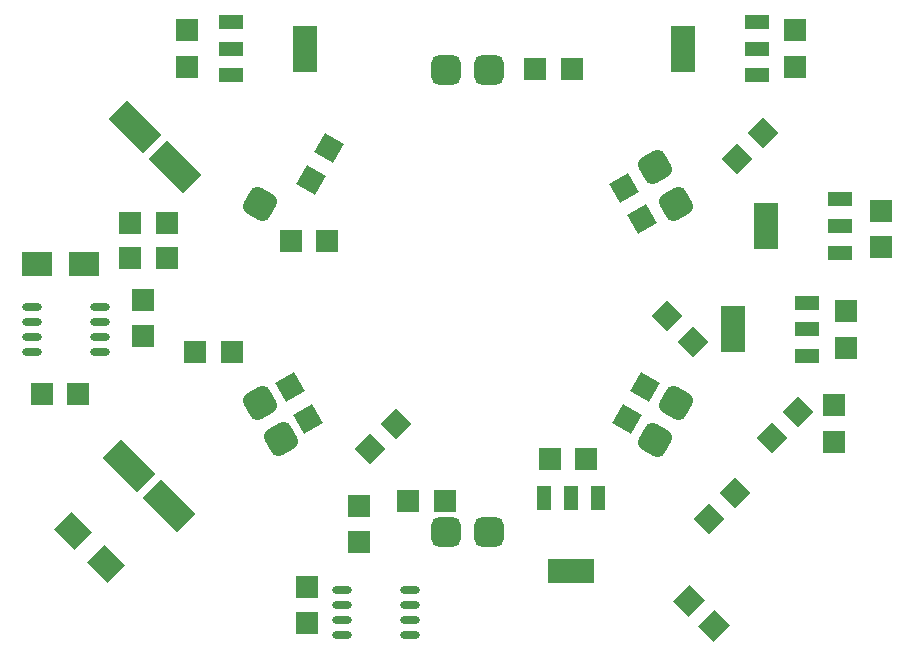
<source format=gtp>
G04 Layer_Color=8421504*
%FSLAX44Y44*%
%MOMM*%
G71*
G01*
G75*
%ADD11P,2.6163X4X90.0*%
%ADD12R,1.8500X1.8500*%
%ADD14R,2.0000X4.0000*%
%ADD15R,2.0000X1.2000*%
%ADD16P,2.6163X4X375.0*%
%ADD17P,2.6163X4X75.0*%
%ADD18P,2.6163X4X180.0*%
%ADD19R,1.8500X1.8500*%
%ADD20O,1.7000X0.6000*%
%ADD21R,4.0000X2.0000*%
%ADD22R,1.2000X2.0000*%
G04:AMPARAMS|DCode=24|XSize=2.5mm|YSize=2.5mm|CornerRadius=0.625mm|HoleSize=0mm|Usage=FLASHONLY|Rotation=0.000|XOffset=0mm|YOffset=0mm|HoleType=Round|Shape=RoundedRectangle|*
%AMROUNDEDRECTD24*
21,1,2.5000,1.2500,0,0,0.0*
21,1,1.2500,2.5000,0,0,0.0*
1,1,1.2500,0.6250,-0.6250*
1,1,1.2500,-0.6250,-0.6250*
1,1,1.2500,-0.6250,0.6250*
1,1,1.2500,0.6250,0.6250*
%
%ADD24ROUNDEDRECTD24*%
G04:AMPARAMS|DCode=25|XSize=2.5mm|YSize=2.5mm|CornerRadius=0.625mm|HoleSize=0mm|Usage=FLASHONLY|Rotation=240.000|XOffset=0mm|YOffset=0mm|HoleType=Round|Shape=RoundedRectangle|*
%AMROUNDEDRECTD25*
21,1,2.5000,1.2500,0,0,240.0*
21,1,1.2500,2.5000,0,0,240.0*
1,1,1.2500,-0.8538,-0.2288*
1,1,1.2500,-0.2288,0.8538*
1,1,1.2500,0.8538,0.2288*
1,1,1.2500,0.2288,-0.8538*
%
%ADD25ROUNDEDRECTD25*%
G04:AMPARAMS|DCode=26|XSize=2.5mm|YSize=2.5mm|CornerRadius=0.625mm|HoleSize=0mm|Usage=FLASHONLY|Rotation=300.000|XOffset=0mm|YOffset=0mm|HoleType=Round|Shape=RoundedRectangle|*
%AMROUNDEDRECTD26*
21,1,2.5000,1.2500,0,0,300.0*
21,1,1.2500,2.5000,0,0,300.0*
1,1,1.2500,-0.2288,-0.8538*
1,1,1.2500,-0.8538,0.2288*
1,1,1.2500,0.2288,0.8538*
1,1,1.2500,0.8538,-0.2288*
%
%ADD26ROUNDEDRECTD26*%
G04:AMPARAMS|DCode=27|XSize=2.2mm|YSize=4.15mm|CornerRadius=0mm|HoleSize=0mm|Usage=FLASHONLY|Rotation=45.000|XOffset=0mm|YOffset=0mm|HoleType=Round|Shape=Rectangle|*
%AMROTATEDRECTD27*
4,1,4,0.6894,-2.2451,-2.2451,0.6894,-0.6894,2.2451,2.2451,-0.6894,0.6894,-2.2451,0.0*
%
%ADD27ROTATEDRECTD27*%

%ADD28R,1.9500X1.8500*%
G04:AMPARAMS|DCode=29|XSize=1.95mm|YSize=1.85mm|CornerRadius=0mm|HoleSize=0mm|Usage=FLASHONLY|Rotation=225.000|XOffset=0mm|YOffset=0mm|HoleType=Round|Shape=Rectangle|*
%AMROTATEDRECTD29*
4,1,4,0.0354,1.3435,1.3435,0.0354,-0.0354,-1.3435,-1.3435,-0.0354,0.0354,1.3435,0.0*
%
%ADD29ROTATEDRECTD29*%

%ADD30R,1.8500X1.9500*%
%ADD31R,2.5000X2.1500*%
G04:AMPARAMS|DCode=32|XSize=2.15mm|YSize=2.5mm|CornerRadius=0mm|HoleSize=0mm|Usage=FLASHONLY|Rotation=225.000|XOffset=0mm|YOffset=0mm|HoleType=Round|Shape=Rectangle|*
%AMROTATEDRECTD32*
4,1,4,-0.1237,1.6440,1.6440,-0.1237,0.1237,-1.6440,-1.6440,0.1237,-0.1237,1.6440,0.0*
%
%ADD32ROTATEDRECTD32*%

D11*
X854040Y545960D02*
D03*
X875960Y524040D02*
D03*
D12*
X593000Y385500D02*
D03*
Y354500D02*
D03*
X962500Y788000D02*
D03*
Y757000D02*
D03*
X995000Y439500D02*
D03*
Y470500D02*
D03*
X1035000Y635500D02*
D03*
X1035000Y604500D02*
D03*
X1005000Y550500D02*
D03*
Y519500D02*
D03*
X410000Y529000D02*
D03*
Y560000D02*
D03*
X447500Y757000D02*
D03*
Y788000D02*
D03*
D14*
X867500Y772500D02*
D03*
X547500Y772500D02*
D03*
X937501Y622495D02*
D03*
X910000Y535000D02*
D03*
D15*
X930000Y795000D02*
D03*
Y772500D02*
D03*
Y750000D02*
D03*
X485000Y750000D02*
D03*
Y772500D02*
D03*
Y795000D02*
D03*
X1000001Y644995D02*
D03*
Y622495D02*
D03*
Y599995D02*
D03*
X972500Y557500D02*
D03*
Y535000D02*
D03*
Y512500D02*
D03*
D16*
X819750Y459077D02*
D03*
X835250Y485923D02*
D03*
X567750Y688423D02*
D03*
X552250Y661577D02*
D03*
D17*
X550250Y459077D02*
D03*
X534750Y485923D02*
D03*
X833000Y628153D02*
D03*
X817500Y655000D02*
D03*
D18*
X913000Y679000D02*
D03*
X934920Y700920D02*
D03*
X623960Y455201D02*
D03*
X602040Y433281D02*
D03*
X889040Y374040D02*
D03*
X910960Y395960D02*
D03*
X943080Y443080D02*
D03*
X965000Y465000D02*
D03*
D19*
X535250Y609750D02*
D03*
X566250D02*
D03*
X634500Y390000D02*
D03*
X665500D02*
D03*
X742000Y755000D02*
D03*
X773000D02*
D03*
X754500Y425000D02*
D03*
X785500D02*
D03*
X399500Y625000D02*
D03*
X430500D02*
D03*
Y595000D02*
D03*
X399500D02*
D03*
X485500Y516000D02*
D03*
X454500D02*
D03*
D20*
X636000Y275950D02*
D03*
Y288650D02*
D03*
Y301350D02*
D03*
Y314050D02*
D03*
X579000Y275950D02*
D03*
Y288650D02*
D03*
Y301350D02*
D03*
Y314050D02*
D03*
X373500Y515950D02*
D03*
Y528650D02*
D03*
Y541350D02*
D03*
Y554050D02*
D03*
X316500Y515950D02*
D03*
Y528650D02*
D03*
Y541350D02*
D03*
Y554050D02*
D03*
D21*
X772500Y330000D02*
D03*
D22*
X750000Y392500D02*
D03*
X772500D02*
D03*
X795000D02*
D03*
D24*
X666800Y754550D02*
D03*
X702800D02*
D03*
Y363300D02*
D03*
X666800D02*
D03*
D25*
X861571Y472638D02*
D03*
X843571Y441462D02*
D03*
X509219Y640932D02*
D03*
D26*
X843571Y672638D02*
D03*
X861571Y641462D02*
D03*
X527219Y441682D02*
D03*
X509219Y472858D02*
D03*
D27*
X432500Y385000D02*
D03*
X398559Y418941D02*
D03*
X436957Y672082D02*
D03*
X403016Y706023D02*
D03*
D28*
X549000Y316500D02*
D03*
Y286500D02*
D03*
D29*
X872393Y304607D02*
D03*
X893607Y283393D02*
D03*
D30*
X325000Y480000D02*
D03*
X355000D02*
D03*
D31*
X360000Y590000D02*
D03*
X320000D02*
D03*
D32*
X379142Y335858D02*
D03*
X350858Y364142D02*
D03*
M02*

</source>
